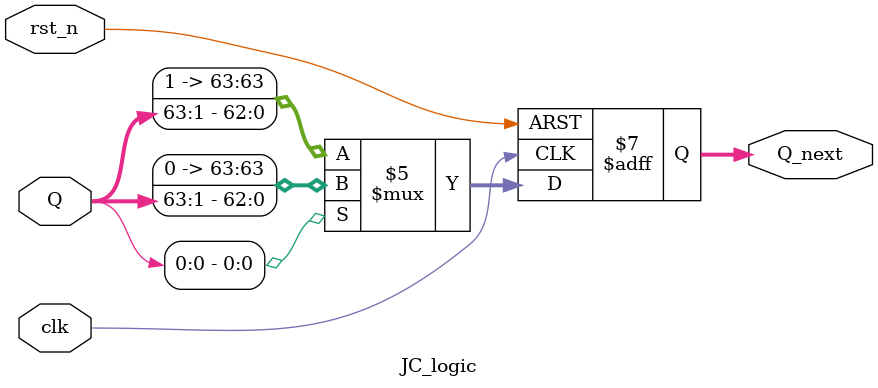
<source format=v>
`timescale 1ns/1ns

module JC_counter(
    input                clk,
    input                rst_n,
    output [63:0]       Q
);
    wire [63:0] Q_internal;

    // Instance of the register module
    JC_register reg_inst (
        .clk(clk),
        .rst_n(rst_n),
        .Q(Q_internal)
    );

    // Instance of the logic module to determine the next state
    JC_logic logic_inst (
        .clk(clk),
        .rst_n(rst_n),
        .Q(Q_internal),
        .Q_next(Q)
    );

endmodule

// Submodule for the register to store the current state of the counter
module JC_register(
    input                clk,
    input                rst_n,
    output reg [63:0]   Q
);
    always @(posedge clk or negedge rst_n) begin
        if (!rst_n) 
            Q <= 64'd0;
    end
endmodule

// Submodule for the logic that determines the next state of the counter
module JC_logic(
    input                clk,
    input                rst_n,
    input [63:0]        Q,
    output reg [63:0]   Q_next
);
    always @(posedge clk or negedge rst_n) begin
        if (!rst_n) 
            Q_next <= 64'd0;
        else if (!Q[0]) 
            Q_next <= {1'b1, Q[63:1]};
        else 
            Q_next <= {1'b0, Q[63:1]};
    end
endmodule
</source>
